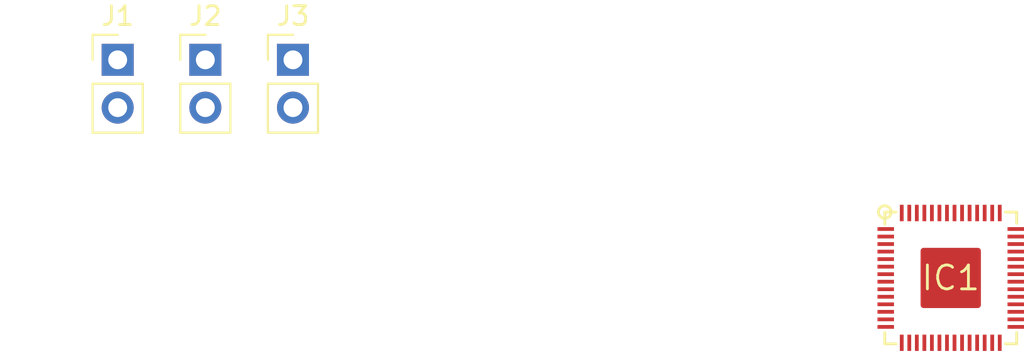
<source format=kicad_pcb>
(kicad_pcb (version 20240108) (generator "pcbnew") (generator_version "8.0")
  (layers (0 "F.Cu" signal) (31 "B.Cu" signal) (34 "B.Paste" user) (35 "F.Paste" user) (36 "B.SilkS" user "B.Silkscreen") (37 "F.SilkS" user "F.Silkscreen") (38 "B.Mask" user) (39 "F.Mask" user) (44 "Edge.Cuts" user))
  (net 0 "")
  (net 12 "Net-(IC1-DVDD-Pad23)")
  (net 49 "+3V3")
  (net 50 "GND")
  (footprint "Adafruit ItsyBitsy RP2040:QFN56_7MM_REDUCEDEPAD" (layer "F.Cu") (at 252.9 81.55)
    (property "Reference" "IC1" (at 0 0 0) (layer "F.SilkS") (effects (font (size 1.27 1.27))))
    (property "Value" "~")
    (fp_line (start -3.5 -3.5) (end -2.9 -3.5) (stroke (width 0.1524)) (layer "F.SilkS"))
    (fp_line (start -3.5 -2.85) (end -3.5 -3.5) (stroke (width 0.1524)) (layer "F.SilkS"))
    (fp_line (start -3.5 2.9) (end -3.5 3.5) (stroke (width 0.1524)) (layer "F.SilkS"))
    (fp_line (start -3.5 3.5) (end -2.9 3.5) (stroke (width 0.1524)) (layer "F.SilkS"))
    (fp_line (start 2.9 -3.5) (end 3.5 -3.5) (stroke (width 0.1524)) (layer "F.SilkS"))
    (fp_line (start 2.9 3.5) (end 3.5 3.5) (stroke (width 0.1524)) (layer "F.SilkS"))
    (fp_line (start 3.5 -3.5) (end 3.5 -2.9) (stroke (width 0.1524)) (layer "F.SilkS"))
    (fp_line (start 3.5 3.5) (end 3.5 2.9) (stroke (width 0.1524)) (layer "F.SilkS"))
    (fp_circle (center -3.5 -3.5) (end -3.164591 -3.5) (stroke (width 0.1524)) (fill none) (layer "F.SilkS"))
    (pad "1" smd rect (at -3.45 -2.6 180) (size 0.875 0.2) (layers "F.Cu" "F.Paste" "F.Mask") (net 49 "+3V3"))
    (pad "2" smd rect (at -3.45 -2.2 180) (size 0.875 0.2) (layers "F.Cu" "F.Paste" "F.Mask"))
    (pad "3" smd rect (at -3.45 -1.8 180) (size 0.875 0.2) (layers "F.Cu" "F.Paste" "F.Mask"))
    (pad "4" smd rect (at -3.45 -1.4 180) (size 0.875 0.2) (layers "F.Cu" "F.Paste" "F.Mask"))
    (pad "5" smd rect (at -3.45 -1 180) (size 0.875 0.2) (layers "F.Cu" "F.Paste" "F.Mask"))
    (pad "6" smd rect (at -3.45 -0.6 180) (size 0.875 0.2) (layers "F.Cu" "F.Paste" "F.Mask"))
    (pad "7" smd rect (at -3.45 -0.2 180) (size 0.875 0.2) (layers "F.Cu" "F.Paste" "F.Mask"))
    (pad "8" smd rect (at -3.45 0.2 180) (size 0.875 0.2) (layers "F.Cu" "F.Paste" "F.Mask"))
    (pad "9" smd rect (at -3.45 0.6 180) (size 0.875 0.2) (layers "F.Cu" "F.Paste" "F.Mask"))
    (pad "10" smd rect (at -3.45 1 180) (size 0.875 0.2) (layers "F.Cu" "F.Paste" "F.Mask") (net 49 "+3V3"))
    (pad "11" smd rect (at -3.45 1.4 180) (size 0.875 0.2) (layers "F.Cu" "F.Paste" "F.Mask"))
    (pad "12" smd rect (at -3.45 1.8 180) (size 0.875 0.2) (layers "F.Cu" "F.Paste" "F.Mask"))
    (pad "13" smd rect (at -3.45 2.2 180) (size 0.875 0.2) (layers "F.Cu" "F.Paste" "F.Mask"))
    (pad "14" smd rect (at -3.45 2.6 180) (size 0.875 0.2) (layers "F.Cu" "F.Paste" "F.Mask"))
    (pad "15" smd rect (at -2.6 3.45 270) (size 0.875 0.2) (layers "F.Cu" "F.Paste" "F.Mask"))
    (pad "16" smd rect (at -2.2 3.45 270) (size 0.875 0.2) (layers "F.Cu" "F.Paste" "F.Mask"))
    (pad "17" smd rect (at -1.8 3.45 270) (size 0.875 0.2) (layers "F.Cu" "F.Paste" "F.Mask"))
    (pad "18" smd rect (at -1.4 3.45 270) (size 0.875 0.2) (layers "F.Cu" "F.Paste" "F.Mask"))
    (pad "19" smd rect (at -1 3.45 270) (size 0.875 0.2) (layers "F.Cu" "F.Paste" "F.Mask"))
    (pad "20" smd rect (at -0.6 3.45 270) (size 0.875 0.2) (layers "F.Cu" "F.Paste" "F.Mask"))
    (pad "21" smd rect (at -0.2 3.45 270) (size 0.875 0.2) (layers "F.Cu" "F.Paste" "F.Mask"))
    (pad "22" smd rect (at 0.2 3.45 270) (size 0.875 0.2) (layers "F.Cu" "F.Paste" "F.Mask") (net 49 "+3V3"))
    (pad "23" smd rect (at 0.6 3.45 270) (size 0.875 0.2) (layers "F.Cu" "F.Paste" "F.Mask") (net 12 "Net-(IC1-DVDD-Pad23)"))
    (pad "24" smd rect (at 1 3.45 270) (size 0.875 0.2) (layers "F.Cu" "F.Paste" "F.Mask"))
    (pad "25" smd rect (at 1.4 3.45 270) (size 0.875 0.2) (layers "F.Cu" "F.Paste" "F.Mask"))
    (pad "26" smd rect (at 1.8 3.45 270) (size 0.875 0.2) (layers "F.Cu" "F.Paste" "F.Mask"))
    (pad "27" smd rect (at 2.2 3.45 270) (size 0.875 0.2) (layers "F.Cu" "F.Paste" "F.Mask"))
    (pad "28" smd rect (at 2.6 3.45 270) (size 0.875 0.2) (layers "F.Cu" "F.Paste" "F.Mask"))
    (pad "29" smd rect (at 3.45 2.6) (size 0.875 0.2) (layers "F.Cu" "F.Paste" "F.Mask"))
    (pad "30" smd rect (at 3.45 2.2) (size 0.875 0.2) (layers "F.Cu" "F.Paste" "F.Mask"))
    (pad "31" smd rect (at 3.45 1.8) (size 0.875 0.2) (layers "F.Cu" "F.Paste" "F.Mask"))
    (pad "32" smd rect (at 3.45 1.4) (size 0.875 0.2) (layers "F.Cu" "F.Paste" "F.Mask"))
    (pad "33" smd rect (at 3.45 1) (size 0.875 0.2) (layers "F.Cu" "F.Paste" "F.Mask") (net 49 "+3V3"))
    (pad "34" smd rect (at 3.45 0.6) (size 0.875 0.2) (layers "F.Cu" "F.Paste" "F.Mask"))
    (pad "35" smd rect (at 3.45 0.2) (size 0.875 0.2) (layers "F.Cu" "F.Paste" "F.Mask"))
    (pad "36" smd rect (at 3.45 -0.2) (size 0.875 0.2) (layers "F.Cu" "F.Paste" "F.Mask"))
    (pad "37" smd rect (at 3.45 -0.6) (size 0.875 0.2) (layers "F.Cu" "F.Paste" "F.Mask"))
    (pad "38" smd rect (at 3.45 -1) (size 0.875 0.2) (layers "F.Cu" "F.Paste" "F.Mask"))
    (pad "39" smd rect (at 3.45 -1.4) (size 0.875 0.2) (layers "F.Cu" "F.Paste" "F.Mask"))
    (pad "40" smd rect (at 3.45 -1.8) (size 0.875 0.2) (layers "F.Cu" "F.Paste" "F.Mask"))
    (pad "41" smd rect (at 3.45 -2.2) (size 0.875 0.2) (layers "F.Cu" "F.Paste" "F.Mask"))
    (pad "42" smd rect (at 3.45 -2.6) (size 0.875 0.2) (layers "F.Cu" "F.Paste" "F.Mask") (net 49 "+3V3"))
    (pad "43" smd rect (at 2.6 -3.45 90) (size 0.875 0.2) (layers "F.Cu" "F.Paste" "F.Mask") (net 49 "+3V3"))
    (pad "44" smd rect (at 2.2 -3.45 90) (size 0.875 0.2) (layers "F.Cu" "F.Paste" "F.Mask") (net 49 "+3V3"))
    (pad "45" smd rect (at 1.8 -3.45 90) (size 0.875 0.2) (layers "F.Cu" "F.Paste" "F.Mask"))
    (pad "46" smd rect (at 1.4 -3.45 90) (size 0.875 0.2) (layers "F.Cu" "F.Paste" "F.Mask"))
    (pad "47" smd rect (at 1 -3.45 90) (size 0.875 0.2) (layers "F.Cu" "F.Paste" "F.Mask"))
    (pad "48" smd rect (at 0.6 -3.45 90) (size 0.875 0.2) (layers "F.Cu" "F.Paste" "F.Mask"))
    (pad "49" smd rect (at 0.2 -3.45 90) (size 0.875 0.2) (layers "F.Cu" "F.Paste" "F.Mask") (net 49 "+3V3"))
    (pad "50" smd rect (at -0.2 -3.45 90) (size 0.875 0.2) (layers "F.Cu" "F.Paste" "F.Mask") (net 12 "Net-(IC1-DVDD-Pad23)"))
    (pad "51" smd rect (at -0.6 -3.45 90) (size 0.875 0.2) (layers "F.Cu" "F.Paste" "F.Mask"))
    (pad "52" smd rect (at -1 -3.45 90) (size 0.875 0.2) (layers "F.Cu" "F.Paste" "F.Mask"))
    (pad "53" smd rect (at -1.4 -3.45 90) (size 0.875 0.2) (layers "F.Cu" "F.Paste" "F.Mask"))
    (pad "54" smd rect (at -1.8 -3.45 90) (size 0.875 0.2) (layers "F.Cu" "F.Paste" "F.Mask"))
    (pad "55" smd rect (at -2.2 -3.45 90) (size 0.875 0.2) (layers "F.Cu" "F.Paste" "F.Mask"))
    (pad "56" smd rect (at -2.6 -3.45 90) (size 0.875 0.2) (layers "F.Cu" "F.Paste" "F.Mask"))
    (pad "P$1" smd roundrect (at 0 0) (size 3.2 3.2) (layers "F.Cu" "F.Mask") (roundrect_rratio 0.05))
  )
  (footprint "Connector_PinHeader_2.54mm:PinHeader_1x02_P2.54mm_Vertical" (layer "F.Cu") (at 218 69.96)
    (property "Reference" "J3" (at 0 -2.33 0) (layer "F.SilkS"))
    (property "Value" "Conn_01x02_Pin")
    (fp_line (start -1.33 -1.33) (end 0 -1.33) (stroke (width 0.12)) (layer "F.SilkS"))
    (fp_line (start -1.33 0) (end -1.33 -1.33) (stroke (width 0.12)) (layer "F.SilkS"))
    (fp_line (start -1.33 1.27) (end -1.33 3.87) (stroke (width 0.12)) (layer "F.SilkS"))
    (fp_line (start -1.33 1.27) (end 1.33 1.27) (stroke (width 0.12)) (layer "F.SilkS"))
    (fp_line (start -1.33 3.87) (end 1.33 3.87) (stroke (width 0.12)) (layer "F.SilkS"))
    (fp_line (start 1.33 1.27) (end 1.33 3.87) (stroke (width 0.12)) (layer "F.SilkS"))
    (pad "1" thru_hole rect (at 0 0) (size 1.7 1.7) (drill 1) (layers "*.Cu" "*.Mask") (net 49 "+3V3"))
    (pad "2" thru_hole oval (at 0 2.54) (size 1.7 1.7) (drill 1) (layers "*.Cu" "*.Mask") (net 50 "GND"))
  )
  (footprint "Connector_PinHeader_2.54mm:PinHeader_1x02_P2.54mm_Vertical" (layer "F.Cu") (at 213.35 69.96)
    (property "Reference" "J2" (at 0 -2.33 0) (layer "F.SilkS"))
    (property "Value" "Conn_01x02_Pin")
    (fp_line (start -1.33 -1.33) (end 0 -1.33) (stroke (width 0.12)) (layer "F.SilkS"))
    (fp_line (start -1.33 0) (end -1.33 -1.33) (stroke (width 0.12)) (layer "F.SilkS"))
    (fp_line (start -1.33 1.27) (end -1.33 3.87) (stroke (width 0.12)) (layer "F.SilkS"))
    (fp_line (start -1.33 1.27) (end 1.33 1.27) (stroke (width 0.12)) (layer "F.SilkS"))
    (fp_line (start -1.33 3.87) (end 1.33 3.87) (stroke (width 0.12)) (layer "F.SilkS"))
    (fp_line (start 1.33 1.27) (end 1.33 3.87) (stroke (width 0.12)) (layer "F.SilkS"))
    (pad "1" thru_hole rect (at 0 0) (size 1.7 1.7) (drill 1) (layers "*.Cu" "*.Mask") (net 49 "+3V3"))
    (pad "2" thru_hole oval (at 0 2.54) (size 1.7 1.7) (drill 1) (layers "*.Cu" "*.Mask") (net 50 "GND"))
  )
  (footprint "Connector_PinHeader_2.54mm:PinHeader_1x02_P2.54mm_Vertical" (layer "F.Cu") (at 208.7 69.96)
    (property "Reference" "J1" (at 0 -2.33 0) (layer "F.SilkS"))
    (property "Value" "Conn_01x02_Pin")
    (fp_line (start -1.33 -1.33) (end 0 -1.33) (stroke (width 0.12)) (layer "F.SilkS"))
    (fp_line (start -1.33 0) (end -1.33 -1.33) (stroke (width 0.12)) (layer "F.SilkS"))
    (fp_line (start -1.33 1.27) (end -1.33 3.87) (stroke (width 0.12)) (layer "F.SilkS"))
    (fp_line (start -1.33 1.27) (end 1.33 1.27) (stroke (width 0.12)) (layer "F.SilkS"))
    (fp_line (start -1.33 3.87) (end 1.33 3.87) (stroke (width 0.12)) (layer "F.SilkS"))
    (fp_line (start 1.33 1.27) (end 1.33 3.87) (stroke (width 0.12)) (layer "F.SilkS"))
    (pad "1" thru_hole rect (at 0 0) (size 1.7 1.7) (drill 1) (layers "*.Cu" "*.Mask") (net 49 "+3V3"))
    (pad "2" thru_hole oval (at 0 2.54) (size 1.7 1.7) (drill 1) (layers "*.Cu" "*.Mask") (net 50 "GND"))
  )
)
</source>
